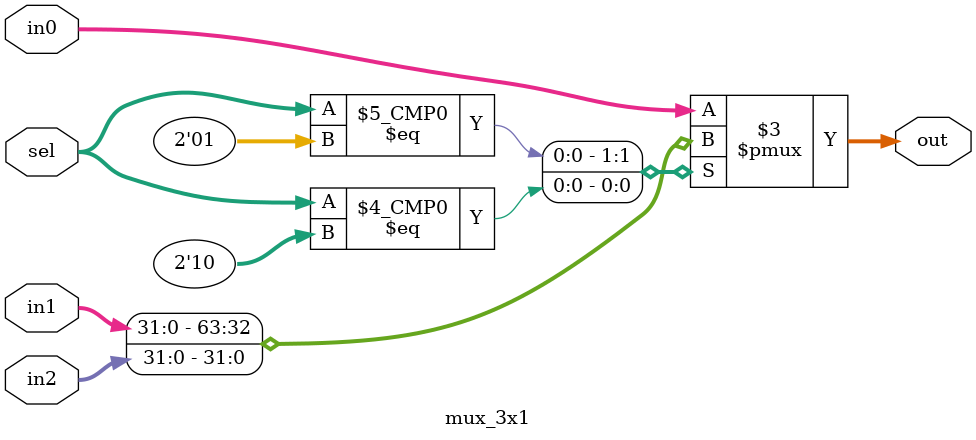
<source format=v>
`timescale 1ns / 1ps


module mux_3x1(out, in0 , in1, in2 , sel);
    parameter Mbit=32;
    output reg [Mbit-1:0] out;
    input [Mbit-1:0] in0 , in1 ,in2;
    input [1:0]sel;
    
    always @(in0,in1,sel)
    begin
        case(sel)
        2'b00:out=in0;
        2'b01:out=in1;
        2'b10:out=in2;
        default:out=in0;
        endcase
    end
endmodule

</source>
